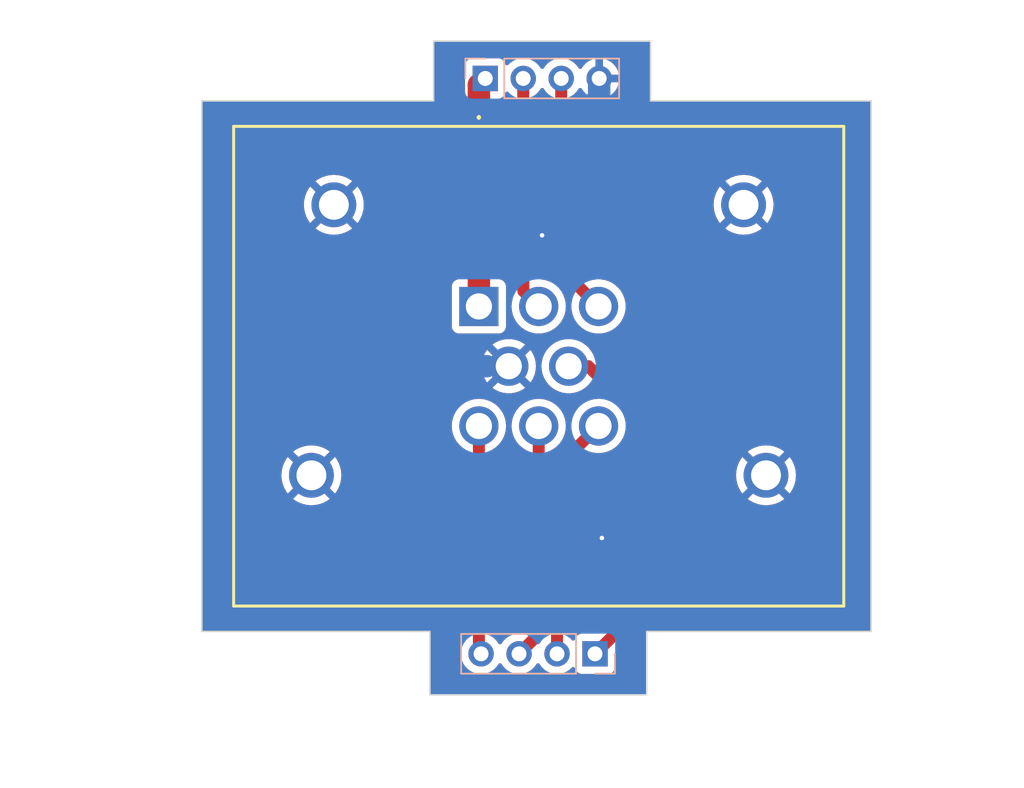
<source format=kicad_pcb>
(kicad_pcb (version 20221018) (generator pcbnew)
  (layers (0 "F.Cu" signal) (31 "B.Cu" signal) (34 "B.Paste" user) (35 "F.Paste" user) (36 "B.SilkS" user "B.Silkscreen") (37 "F.SilkS" user "F.Silkscreen") (38 "B.Mask" user) (39 "F.Mask" user) (44 "Edge.Cuts" user))
  (net 0 "")
  (net 1 "VIN{slash}15V")
  (net 2 "SW_12V")
  (net 3 "WAKE_UP")
  (net 4 "CAN_H")
  (net 5 "CAN_L")
  (net 6 "GND")
  (net 7 "D+")
  (net 8 "D-")
  (footprint "776276-1:7762761" (layer "F.Cu") (at 141.275 73.755)
    (fp_text reference "J1" hide)
    (fp_text value "776276-1" hide)
    (fp_line (start -16.4 -12.05) (end 24.4 -12.05) (stroke (width 0.2)) (layer "F.SilkS"))
    (fp_line (start -16.4 20.05) (end -16.4 -12.05) (stroke (width 0.2)) (layer "F.SilkS"))
    (fp_line (start 0 -12.7) (end 0 -12.7) (stroke (width 0.2)) (layer "F.SilkS"))
    (fp_line (start 0 -12.7) (end 0 -12.7) (stroke (width 0.2)) (layer "F.SilkS"))
    (fp_line (start 0 -12.6) (end 0 -12.6) (stroke (width 0.2)) (layer "F.SilkS"))
    (fp_line (start 24.4 -12.05) (end 24.4 20.05) (stroke (width 0.2)) (layer "F.SilkS"))
    (fp_line (start 24.4 20.05) (end -16.4 20.05) (stroke (width 0.2)) (layer "F.SilkS"))
    (fp_arc (start 0 -12.7) (mid 0.05 -12.65) (end 0 -12.6) (stroke (width 0.2)) (layer "F.SilkS"))
    (fp_arc (start 0 -12.6) (mid -0.05 -12.65) (end 0 -12.7) (stroke (width 0.2)) (layer "F.SilkS"))
    (fp_arc (start 0 -12.6) (mid -0.05 -12.65) (end 0 -12.7) (stroke (width 0.2)) (layer "F.SilkS"))
    (pad "1" thru_hole rect (at 0 0) (size 2.625 2.625) (drill 1.75) (layers "*.Cu" "*.Mask") (net 1 "VIN{slash}15V"))
    (pad "2" thru_hole circle (at 4 0) (size 2.625 2.625) (drill 1.75) (layers "*.Cu" "*.Mask") (net 2 "SW_12V"))
    (pad "3" thru_hole circle (at 8 0) (size 2.625 2.625) (drill 1.75) (layers "*.Cu" "*.Mask") (net 3 "WAKE_UP"))
    (pad "4" thru_hole circle (at 2 4) (size 2.625 2.625) (drill 1.75) (layers "*.Cu" "*.Mask") (net 6 "GND"))
    (pad "5" thru_hole circle (at 6 4) (size 2.625 2.625) (drill 1.75) (layers "*.Cu" "*.Mask") (net 5 "CAN_L"))
    (pad "6" thru_hole circle (at 0 8) (size 2.625 2.625) (drill 1.75) (layers "*.Cu" "*.Mask") (net 4 "CAN_H"))
    (pad "7" thru_hole circle (at 4 8) (size 2.625 2.625) (drill 1.75) (layers "*.Cu" "*.Mask") (net 7 "D+"))
    (pad "8" thru_hole circle (at 8 8) (size 2.625 2.625) (drill 1.75) (layers "*.Cu" "*.Mask") (net 8 "D-"))
    (pad "MH1" thru_hole circle (at -9.7 -6.8) (size 3 3) (drill 2) (layers "*.Cu" "*.Mask") (net 6 "GND"))
    (pad "MH2" thru_hole circle (at 17.7 -6.8) (size 3 3) (drill 2) (layers "*.Cu" "*.Mask") (net 6 "GND"))
    (pad "MH3" thru_hole circle (at 19.2 11.3) (size 3 3) (drill 2) (layers "*.Cu" "*.Mask") (net 6 "GND"))
    (pad "MH4" thru_hole circle (at -11.2 11.3) (size 3 3) (drill 2) (layers "*.Cu" "*.Mask") (net 6 "GND"))
  )
  (footprint "Connector_PinHeader_2.54mm:PinHeader_1x04_P2.54mm_Vertical" (layer "B.Cu") (at 141.7 58.5 -90)
    (fp_text reference "J2" hide)
    (fp_text value "2.54mm 1x4")
    (fp_line (start -1.33 -8.95) (end 1.33 -8.95) (stroke (width 0.12)) (layer "B.SilkS"))
    (fp_line (start -1.33 -1.27) (end -1.33 -8.95) (stroke (width 0.12)) (layer "B.SilkS"))
    (fp_line (start -1.33 -1.27) (end 1.33 -1.27) (stroke (width 0.12)) (layer "B.SilkS"))
    (fp_line (start -1.33 0) (end -1.33 1.33) (stroke (width 0.12)) (layer "B.SilkS"))
    (fp_line (start -1.33 1.33) (end 0 1.33) (stroke (width 0.12)) (layer "B.SilkS"))
    (fp_line (start 1.33 -1.27) (end 1.33 -8.95) (stroke (width 0.12)) (layer "B.SilkS"))
    (pad "1" thru_hole rect (at 0 0 270) (size 1.7 1.7) (drill 1) (layers "*.Cu" "*.Mask") (net 1 "VIN{slash}15V"))
    (pad "2" thru_hole oval (at 0 -2.54 270) (size 1.7 1.7) (drill 1) (layers "*.Cu" "*.Mask") (net 2 "SW_12V"))
    (pad "3" thru_hole oval (at 0 -5.08 270) (size 1.7 1.7) (drill 1) (layers "*.Cu" "*.Mask") (net 3 "WAKE_UP"))
    (pad "4" thru_hole oval (at 0 -7.62 270) (size 1.7 1.7) (drill 1) (layers "*.Cu" "*.Mask") (net 6 "GND"))
  )
  (footprint "Connector_PinHeader_2.54mm:PinHeader_1x04_P2.54mm_Vertical" (layer "B.Cu") (at 149.04 97 90)
    (fp_text reference "J3" hide)
    (fp_text value "2.54mm 1x4")
    (fp_line (start -1.33 -8.95) (end 1.33 -8.95) (stroke (width 0.12)) (layer "B.SilkS"))
    (fp_line (start -1.33 -1.27) (end -1.33 -8.95) (stroke (width 0.12)) (layer "B.SilkS"))
    (fp_line (start -1.33 -1.27) (end 1.33 -1.27) (stroke (width 0.12)) (layer "B.SilkS"))
    (fp_line (start -1.33 0) (end -1.33 1.33) (stroke (width 0.12)) (layer "B.SilkS"))
    (fp_line (start -1.33 1.33) (end 0 1.33) (stroke (width 0.12)) (layer "B.SilkS"))
    (fp_line (start 1.33 -1.27) (end 1.33 -8.95) (stroke (width 0.12)) (layer "B.SilkS"))
    (pad "1" thru_hole rect (at 0 0 90) (size 1.7 1.7) (drill 1) (layers "*.Cu" "*.Mask") (net 5 "CAN_L"))
    (pad "2" thru_hole oval (at 0 -2.54 90) (size 1.7 1.7) (drill 1) (layers "*.Cu" "*.Mask") (net 8 "D-"))
    (pad "3" thru_hole oval (at 0 -5.08 90) (size 1.7 1.7) (drill 1) (layers "*.Cu" "*.Mask") (net 7 "D+"))
    (pad "4" thru_hole oval (at 0 -7.62 90) (size 1.7 1.7) (drill 1) (layers "*.Cu" "*.Mask") (net 4 "CAN_H"))
  )
  (gr_line (start 122.75 95.5) (end 122.75 60) (stroke (width 0.1)) (layer "Edge.Cuts"))
  (gr_line (start 138.25 56) (end 152.75 56) (stroke (width 0.1)) (layer "Edge.Cuts"))
  (gr_line (start 138 95.5) (end 122.75 95.5) (stroke (width 0.1)) (layer "Edge.Cuts"))
  (gr_line (start 152.75 56) (end 152.75 60) (stroke (width 0.1)) (layer "Edge.Cuts"))
  (gr_line (start 167.5 95.5) (end 167.5 60) (stroke (width 0.1)) (layer "Edge.Cuts"))
  (gr_line (start 152.75 60) (end 167.5 60) (stroke (width 0.1)) (layer "Edge.Cuts"))
  (gr_line (start 152.5 95.5) (end 167.5 95.5) (stroke (width 0.1)) (layer "Edge.Cuts"))
  (gr_line (start 138.25 60) (end 122.75 60) (stroke (width 0.1)) (layer "Edge.Cuts"))
  (gr_line (start 138 95.5) (end 138 99.75) (stroke (width 0.1)) (layer "Edge.Cuts"))
  (gr_line (start 138.25 60) (end 138.25 56) (stroke (width 0.1)) (layer "Edge.Cuts"))
  (gr_line (start 138 99.75) (end 152.5 99.75) (stroke (width 0.1)) (layer "Edge.Cuts"))
  (gr_line (start 152.5 99.75) (end 152.5 95.5) (stroke (width 0.1)) (layer "Edge.Cuts"))
  (segment (start 141.275 58.925) (end 141.7 58.5) (width 1.5) (layer "F.Cu") (net 1))
  (segment (start 141.275 73.755) (end 141.275 58.925) (width 1.5) (layer "F.Cu") (net 1))
  (segment (start 144.24 71.74) (end 144.24 58.5) (width 0.8) (layer "F.Cu") (net 2))
  (segment (start 144.25 71.75) (end 144.24 71.74) (width 0.8) (layer "F.Cu") (net 2))
  (segment (start 145.275 73.755) (end 144.25 72.73) (width 0.8) (layer "F.Cu") (net 2))
  (segment (start 144.25 72.73) (end 144.25 71.75) (width 0.8) (layer "F.Cu") (net 2))
  (segment (start 146.78 69.97) (end 146.78 58.5) (width 0.8) (layer "F.Cu") (net 3))
  (segment (start 146.75 70) (end 146.78 69.97) (width 0.8) (layer "F.Cu") (net 3))
  (segment (start 149.275 73.755) (end 146.75 71.23) (width 0.8) (layer "F.Cu") (net 3))
  (segment (start 146.75 71.23) (end 146.75 70) (width 0.8) (layer "F.Cu") (net 3))
  (segment (start 141.275 96.855) (end 141.42 97) (width 0.8) (layer "F.Cu") (net 4))
  (segment (start 141.42 81.9) (end 141.275 81.755) (width 0.8) (layer "F.Cu") (net 4))
  (segment (start 141.275 81.755) (end 141.275 96.855) (width 0.8) (layer "F.Cu") (net 4))
  (segment (start 152 81.1675) (end 152 94.04) (width 0.8) (layer "F.Cu") (net 5))
  (segment (start 147.275 77.755) (end 148.5875 77.755) (width 0.8) (layer "F.Cu") (net 5))
  (segment (start 152 94.04) (end 149.04 97) (width 0.8) (layer "F.Cu") (net 5))
  (segment (start 148.5875 77.755) (end 152 81.1675) (width 0.8) (layer "F.Cu") (net 5))
  (via (at 145.5 69) (size 0.5) (drill 0.3) (layers "F.Cu" "B.Cu") (net 6))
  (via (at 149.5 89.25) (size 0.5) (drill 0.3) (layers "F.Cu" "B.Cu") (net 6))
  (segment (start 137.755 77.755) (end 136.625 76.625) (width 1.5) (layer "B.Cu") (net 6))
  (segment (start 141.801472 77.755) (end 137.755 77.755) (width 1.5) (layer "B.Cu") (net 6))
  (segment (start 136.625 72.525) (end 149.32 59.83) (width 1.5) (layer "B.Cu") (net 6))
  (segment (start 143.275 77.755) (end 141.801472 77.755) (width 0.8) (layer "B.Cu") (net 6))
  (segment (start 136.625 76.625) (end 136.625 72.525) (width 1.5) (layer "B.Cu") (net 6))
  (segment (start 149.32 59.83) (end 149.32 58.5) (width 1.5) (layer "B.Cu") (net 6))
  (segment (start 143.96 97) (end 145.275 95.685) (width 0.8) (layer "F.Cu") (net 7))
  (segment (start 145.275 95.685) (end 145.275 81.755) (width 0.8) (layer "F.Cu") (net 7))
  (segment (start 146.5 97) (end 146.5 84.53) (width 0.8) (layer "F.Cu") (net 8))
  (segment (start 146.5 84.53) (end 149.275 81.755) (width 0.8) (layer "F.Cu") (net 8))
  (zone (net 6) (net_name "GND") (layer "F.Cu") (connect_pads (clearance 0.5)) (min_thickness 0.25) (fill yes (thermal_gap 0.5) (thermal_bridge_width 0.5))
    (polygon (pts (xy 118.25 54.75) (xy 175.25 55) (xy 175.75 103.75) (xy 116.5 102.75) (xy 118.25 55)))
  )
  (zone (net 6) (net_name "GND") (layer "B.Cu") (priority 1) (connect_pads (clearance 0.5)) (min_thickness 0.25) (fill yes (thermal_gap 0.5) (thermal_bridge_width 0.5))
    (polygon (pts (xy 116.75 53.75) (xy 177.75 53.25) (xy 176.75 106) (xy 109.25 105) (xy 114.25 54.25)))
  )
)
</source>
